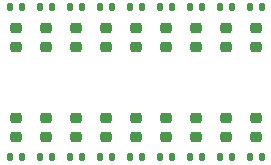
<source format=gbr>
%TF.GenerationSoftware,KiCad,Pcbnew,(6.0.9)*%
%TF.CreationDate,2024-05-18T22:59:34+02:00*%
%TF.ProjectId,Breadboard-byte-leds,42726561-6462-46f6-9172-642d62797465,rev?*%
%TF.SameCoordinates,Original*%
%TF.FileFunction,Paste,Top*%
%TF.FilePolarity,Positive*%
%FSLAX46Y46*%
G04 Gerber Fmt 4.6, Leading zero omitted, Abs format (unit mm)*
G04 Created by KiCad (PCBNEW (6.0.9)) date 2024-05-18 22:59:34*
%MOMM*%
%LPD*%
G01*
G04 APERTURE LIST*
G04 Aperture macros list*
%AMRoundRect*
0 Rectangle with rounded corners*
0 $1 Rounding radius*
0 $2 $3 $4 $5 $6 $7 $8 $9 X,Y pos of 4 corners*
0 Add a 4 corners polygon primitive as box body*
4,1,4,$2,$3,$4,$5,$6,$7,$8,$9,$2,$3,0*
0 Add four circle primitives for the rounded corners*
1,1,$1+$1,$2,$3*
1,1,$1+$1,$4,$5*
1,1,$1+$1,$6,$7*
1,1,$1+$1,$8,$9*
0 Add four rect primitives between the rounded corners*
20,1,$1+$1,$2,$3,$4,$5,0*
20,1,$1+$1,$4,$5,$6,$7,0*
20,1,$1+$1,$6,$7,$8,$9,0*
20,1,$1+$1,$8,$9,$2,$3,0*%
G04 Aperture macros list end*
%ADD10RoundRect,0.135000X-0.135000X-0.185000X0.135000X-0.185000X0.135000X0.185000X-0.135000X0.185000X0*%
%ADD11RoundRect,0.218750X-0.256250X0.218750X-0.256250X-0.218750X0.256250X-0.218750X0.256250X0.218750X0*%
%ADD12RoundRect,0.218750X0.256250X-0.218750X0.256250X0.218750X-0.256250X0.218750X-0.256250X-0.218750X0*%
G04 APERTURE END LIST*
D10*
%TO.C,R19*%
X149350000Y-83820000D03*
X150370000Y-83820000D03*
%TD*%
D11*
%TO.C,D12*%
X154940000Y-80492500D03*
X154940000Y-82067500D03*
%TD*%
D12*
%TO.C,D4*%
X157480000Y-74447500D03*
X157480000Y-72872500D03*
%TD*%
D11*
%TO.C,D15*%
X162560000Y-80492500D03*
X162560000Y-82067500D03*
%TD*%
D10*
%TO.C,R8*%
X167130000Y-71120000D03*
X168150000Y-71120000D03*
%TD*%
%TO.C,R26*%
X167130000Y-83820000D03*
X168150000Y-83820000D03*
%TD*%
%TO.C,R3*%
X154430000Y-71120000D03*
X155450000Y-71120000D03*
%TD*%
%TO.C,R7*%
X164590000Y-71120000D03*
X165610000Y-71120000D03*
%TD*%
%TO.C,R6*%
X162050000Y-71120000D03*
X163070000Y-71120000D03*
%TD*%
D11*
%TO.C,D13*%
X157480000Y-80492500D03*
X157480000Y-82067500D03*
%TD*%
%TO.C,D16*%
X165100000Y-80492500D03*
X165100000Y-82067500D03*
%TD*%
D12*
%TO.C,D3*%
X154940000Y-74447500D03*
X154940000Y-72872500D03*
%TD*%
%TO.C,D9*%
X170180000Y-74447500D03*
X170180000Y-72872500D03*
%TD*%
D10*
%TO.C,R4*%
X156970000Y-71120000D03*
X157990000Y-71120000D03*
%TD*%
%TO.C,R20*%
X151890000Y-83820000D03*
X152910000Y-83820000D03*
%TD*%
%TO.C,R9*%
X169670000Y-71120000D03*
X170690000Y-71120000D03*
%TD*%
%TO.C,R2*%
X151890000Y-71120000D03*
X152910000Y-71120000D03*
%TD*%
%TO.C,R27*%
X169670000Y-83756500D03*
X170690000Y-83756500D03*
%TD*%
%TO.C,R1*%
X149350000Y-71120000D03*
X150370000Y-71120000D03*
%TD*%
D11*
%TO.C,D14*%
X160020000Y-80492500D03*
X160020000Y-82067500D03*
%TD*%
D10*
%TO.C,R24*%
X162050000Y-83820000D03*
X163070000Y-83820000D03*
%TD*%
D11*
%TO.C,D18*%
X170180000Y-80492500D03*
X170180000Y-82067500D03*
%TD*%
D12*
%TO.C,D8*%
X167640000Y-74447500D03*
X167640000Y-72872500D03*
%TD*%
D11*
%TO.C,D17*%
X167640000Y-80492500D03*
X167640000Y-82067500D03*
%TD*%
D12*
%TO.C,D6*%
X162560000Y-74447500D03*
X162560000Y-72872500D03*
%TD*%
D11*
%TO.C,D10*%
X149860000Y-80492500D03*
X149860000Y-82067500D03*
%TD*%
D12*
%TO.C,D7*%
X165100000Y-74447500D03*
X165100000Y-72872500D03*
%TD*%
%TO.C,D5*%
X160020000Y-74447500D03*
X160020000Y-72872500D03*
%TD*%
D10*
%TO.C,R21*%
X154430000Y-83820000D03*
X155450000Y-83820000D03*
%TD*%
%TO.C,R5*%
X159510000Y-71120000D03*
X160530000Y-71120000D03*
%TD*%
%TO.C,R22*%
X156970000Y-83820000D03*
X157990000Y-83820000D03*
%TD*%
D12*
%TO.C,D1*%
X149860000Y-74447500D03*
X149860000Y-72872500D03*
%TD*%
%TO.C,D2*%
X152400000Y-74447500D03*
X152400000Y-72872500D03*
%TD*%
D10*
%TO.C,R25*%
X164590000Y-83820000D03*
X165610000Y-83820000D03*
%TD*%
%TO.C,R23*%
X159510000Y-83820000D03*
X160530000Y-83820000D03*
%TD*%
D11*
%TO.C,D11*%
X152400000Y-80492500D03*
X152400000Y-82067500D03*
%TD*%
M02*

</source>
